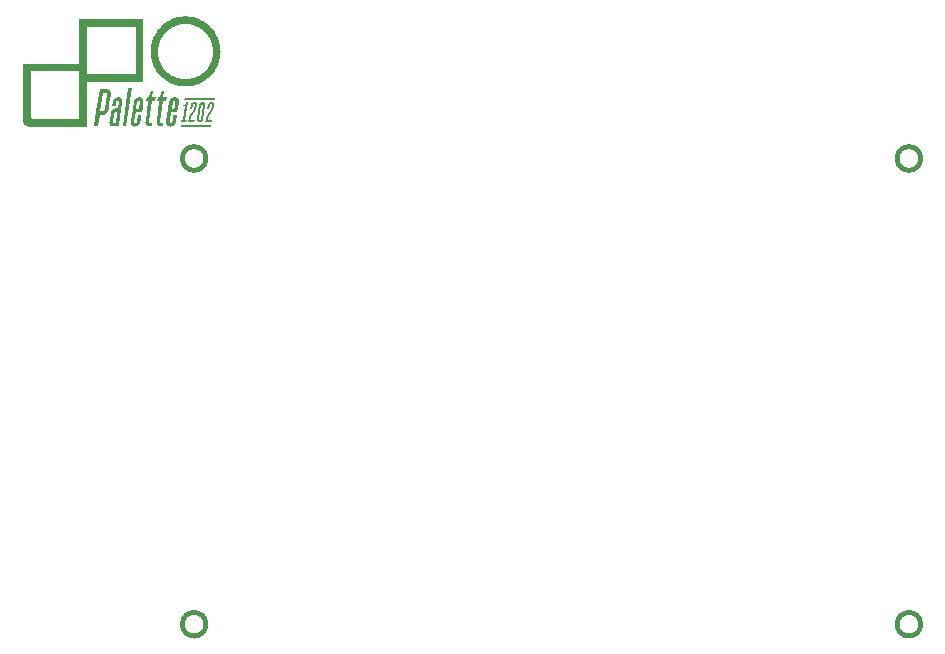
<source format=gto>
G04 #@! TF.GenerationSoftware,KiCad,Pcbnew,(5.1.4-0-10_14)*
G04 #@! TF.CreationDate,2020-03-30T03:02:05+09:00*
G04 #@! TF.ProjectId,palette1202-front,70616c65-7474-4653-9132-30322d66726f,rev?*
G04 #@! TF.SameCoordinates,Original*
G04 #@! TF.FileFunction,Legend,Top*
G04 #@! TF.FilePolarity,Positive*
%FSLAX46Y46*%
G04 Gerber Fmt 4.6, Leading zero omitted, Abs format (unit mm)*
G04 Created by KiCad (PCBNEW (5.1.4-0-10_14)) date 2020-03-30 03:02:05*
%MOMM*%
%LPD*%
G04 APERTURE LIST*
%ADD10C,0.100000*%
%ADD11C,0.400000*%
G04 APERTURE END LIST*
D10*
G36*
X101458777Y-65817625D02*
G01*
X101481797Y-65818839D01*
X101503972Y-65820866D01*
X101525314Y-65823712D01*
X101545834Y-65827379D01*
X101565544Y-65831872D01*
X101584456Y-65837194D01*
X101602581Y-65843349D01*
X101619930Y-65850342D01*
X101636516Y-65858175D01*
X101652351Y-65866854D01*
X101667445Y-65876381D01*
X101681810Y-65886761D01*
X101695458Y-65897997D01*
X101708401Y-65910094D01*
X101720650Y-65923055D01*
X101732030Y-65936356D01*
X101742360Y-65950459D01*
X101751643Y-65965361D01*
X101759884Y-65981057D01*
X101767086Y-65997544D01*
X101773253Y-66014817D01*
X101778389Y-66032874D01*
X101782497Y-66051709D01*
X101785583Y-66071320D01*
X101787650Y-66091701D01*
X101788700Y-66112851D01*
X101788740Y-66134763D01*
X101787771Y-66157436D01*
X101785799Y-66180864D01*
X101782827Y-66205044D01*
X101778859Y-66229971D01*
X101707421Y-66700930D01*
X101705850Y-66700916D01*
X101649212Y-67081931D01*
X101125338Y-67081931D01*
X101016859Y-67833347D01*
X101015750Y-67843114D01*
X101014905Y-67852570D01*
X101014324Y-67861717D01*
X101014006Y-67870554D01*
X101013952Y-67879080D01*
X101014161Y-67887297D01*
X101014634Y-67895203D01*
X101015371Y-67902800D01*
X101016371Y-67910086D01*
X101017634Y-67917062D01*
X101019161Y-67923729D01*
X101020952Y-67930085D01*
X101023006Y-67936131D01*
X101025324Y-67941867D01*
X101027905Y-67947293D01*
X101030750Y-67952409D01*
X101033858Y-67957215D01*
X101037230Y-67961711D01*
X101040865Y-67965897D01*
X101044764Y-67969772D01*
X101048927Y-67973338D01*
X101053353Y-67976594D01*
X101058043Y-67979539D01*
X101062996Y-67982175D01*
X101068212Y-67984500D01*
X101073693Y-67986515D01*
X101079437Y-67988221D01*
X101085444Y-67989616D01*
X101091715Y-67990701D01*
X101098249Y-67991476D01*
X101105047Y-67991941D01*
X101112109Y-67992096D01*
X101119202Y-67991941D01*
X101126094Y-67991476D01*
X101132787Y-67990701D01*
X101139281Y-67989616D01*
X101145577Y-67988221D01*
X101151677Y-67986516D01*
X101157581Y-67984500D01*
X101163290Y-67982175D01*
X101168805Y-67979539D01*
X101174128Y-67976594D01*
X101179258Y-67973338D01*
X101184198Y-67969773D01*
X101188948Y-67965897D01*
X101193509Y-67961711D01*
X101197882Y-67957215D01*
X101202068Y-67952409D01*
X101206068Y-67947293D01*
X101209882Y-67941867D01*
X101216961Y-67930085D01*
X101223310Y-67917063D01*
X101228939Y-67902800D01*
X101233855Y-67887297D01*
X101238065Y-67870554D01*
X101241578Y-67852571D01*
X101244401Y-67833347D01*
X101321129Y-67309473D01*
X101617463Y-67309473D01*
X101540734Y-67833347D01*
X101536423Y-67860724D01*
X101531421Y-67887292D01*
X101525723Y-67913045D01*
X101519319Y-67937981D01*
X101512201Y-67962095D01*
X101504363Y-67985384D01*
X101495797Y-68007843D01*
X101486494Y-68029469D01*
X101476446Y-68050258D01*
X101465647Y-68070206D01*
X101454089Y-68089309D01*
X101441763Y-68107563D01*
X101428661Y-68124964D01*
X101414777Y-68141509D01*
X101400102Y-68157194D01*
X101384629Y-68172014D01*
X101368506Y-68185966D01*
X101351887Y-68199045D01*
X101334772Y-68211249D01*
X101317161Y-68222573D01*
X101299053Y-68233014D01*
X101280450Y-68242567D01*
X101261350Y-68251228D01*
X101241754Y-68258995D01*
X101221663Y-68265862D01*
X101201075Y-68271826D01*
X101179991Y-68276883D01*
X101158411Y-68281030D01*
X101136334Y-68284261D01*
X101113762Y-68286575D01*
X101090694Y-68287965D01*
X101067130Y-68288430D01*
X101043253Y-68287996D01*
X101020233Y-68286693D01*
X100998058Y-68284523D01*
X100976716Y-68281484D01*
X100956196Y-68277578D01*
X100936486Y-68272803D01*
X100917575Y-68267160D01*
X100899450Y-68260649D01*
X100882100Y-68253269D01*
X100865514Y-68245022D01*
X100849680Y-68235906D01*
X100834586Y-68225922D01*
X100820220Y-68215070D01*
X100806572Y-68203350D01*
X100793629Y-68190761D01*
X100781379Y-68177305D01*
X100770435Y-68163012D01*
X100760425Y-68147916D01*
X100751352Y-68132023D01*
X100743221Y-68115334D01*
X100736036Y-68097855D01*
X100729801Y-68079590D01*
X100724519Y-68060541D01*
X100720194Y-68040714D01*
X100716831Y-68020111D01*
X100714432Y-67998737D01*
X100713003Y-67976595D01*
X100712546Y-67953691D01*
X100713066Y-67930026D01*
X100714567Y-67905606D01*
X100717052Y-67880434D01*
X100720525Y-67854514D01*
X100877899Y-66782951D01*
X101167672Y-66782951D01*
X101395213Y-66782951D01*
X101411090Y-66679763D01*
X101414015Y-66679867D01*
X101482525Y-66248493D01*
X101484325Y-66239718D01*
X101485755Y-66231253D01*
X101486822Y-66223099D01*
X101487528Y-66215254D01*
X101487878Y-66207720D01*
X101487875Y-66200495D01*
X101487523Y-66193581D01*
X101486826Y-66186977D01*
X101485788Y-66180683D01*
X101484413Y-66174699D01*
X101482704Y-66169025D01*
X101480666Y-66163661D01*
X101478303Y-66158607D01*
X101475618Y-66153863D01*
X101472615Y-66149429D01*
X101469298Y-66145305D01*
X101465762Y-66141461D01*
X101462094Y-66137864D01*
X101458286Y-66134515D01*
X101454332Y-66131415D01*
X101450222Y-66128562D01*
X101445950Y-66125958D01*
X101441507Y-66123602D01*
X101436886Y-66121493D01*
X101432078Y-66119633D01*
X101427077Y-66118020D01*
X101421875Y-66116656D01*
X101416463Y-66115540D01*
X101410834Y-66114672D01*
X101404980Y-66114052D01*
X101398894Y-66113679D01*
X101392567Y-66113555D01*
X101385707Y-66113687D01*
X101379017Y-66114083D01*
X101372497Y-66114741D01*
X101366146Y-66115664D01*
X101359963Y-66116850D01*
X101353948Y-66118299D01*
X101348101Y-66120012D01*
X101342421Y-66121989D01*
X101336908Y-66124229D01*
X101331561Y-66126733D01*
X101326379Y-66129500D01*
X101321363Y-66132531D01*
X101316512Y-66135825D01*
X101311824Y-66139383D01*
X101307301Y-66143205D01*
X101302940Y-66147290D01*
X101298743Y-66151638D01*
X101294708Y-66156250D01*
X101290834Y-66161126D01*
X101287122Y-66166265D01*
X101283571Y-66171668D01*
X101280180Y-66177334D01*
X101273877Y-66189458D01*
X101268210Y-66202635D01*
X101263175Y-66216867D01*
X101258768Y-66232153D01*
X101254984Y-66248493D01*
X101167672Y-66782951D01*
X100877899Y-66782951D01*
X100956004Y-66251138D01*
X100960810Y-66224782D01*
X100966303Y-66199286D01*
X100972486Y-66174643D01*
X100979362Y-66150844D01*
X100986936Y-66127883D01*
X100995211Y-66105751D01*
X101004192Y-66084441D01*
X101013882Y-66063945D01*
X101024285Y-66044255D01*
X101035405Y-66025363D01*
X101047246Y-66007262D01*
X101059812Y-65989944D01*
X101073106Y-65973401D01*
X101087133Y-65957626D01*
X101101896Y-65942610D01*
X101117400Y-65928346D01*
X101133523Y-65914890D01*
X101150142Y-65902301D01*
X101167257Y-65890581D01*
X101184869Y-65879729D01*
X101202976Y-65869745D01*
X101221580Y-65860629D01*
X101240679Y-65852382D01*
X101260275Y-65845002D01*
X101280367Y-65838491D01*
X101300955Y-65832848D01*
X101322039Y-65828073D01*
X101343619Y-65824167D01*
X101365695Y-65821128D01*
X101388268Y-65818958D01*
X101411336Y-65817655D01*
X101434901Y-65817221D01*
X101458777Y-65817625D01*
G37*
G36*
X102497664Y-58965727D02*
G01*
X102648244Y-58977182D01*
X102796624Y-58996046D01*
X102942618Y-59022132D01*
X103086041Y-59055252D01*
X103226706Y-59095219D01*
X103364429Y-59141847D01*
X103499023Y-59194948D01*
X103630304Y-59254336D01*
X103758086Y-59319823D01*
X103882182Y-59391223D01*
X104002409Y-59468347D01*
X104118579Y-59551011D01*
X104230508Y-59639026D01*
X104338010Y-59732205D01*
X104440899Y-59830362D01*
X104538990Y-59933309D01*
X104632097Y-60040859D01*
X104720035Y-60152826D01*
X104802618Y-60269022D01*
X104879661Y-60389261D01*
X104950978Y-60513355D01*
X105016384Y-60641117D01*
X105075692Y-60772361D01*
X105128718Y-60906899D01*
X105175276Y-61044544D01*
X105215180Y-61185110D01*
X105248245Y-61328410D01*
X105274285Y-61474255D01*
X105293115Y-61622460D01*
X105304549Y-61772837D01*
X105308402Y-61925200D01*
X105304542Y-62077795D01*
X105293086Y-62228376D01*
X105274222Y-62376756D01*
X105248137Y-62522750D01*
X105215017Y-62666173D01*
X105175049Y-62806838D01*
X105128421Y-62944561D01*
X105075320Y-63079155D01*
X105015933Y-63210436D01*
X104950445Y-63338218D01*
X104879046Y-63462314D01*
X104801921Y-63582541D01*
X104719257Y-63698711D01*
X104631243Y-63810640D01*
X104538063Y-63918141D01*
X104439907Y-64021031D01*
X104336960Y-64119122D01*
X104229409Y-64212229D01*
X104117442Y-64300167D01*
X104001246Y-64382750D01*
X103881007Y-64459793D01*
X103756913Y-64531110D01*
X103629151Y-64596515D01*
X103497907Y-64655824D01*
X103363369Y-64708850D01*
X103225724Y-64755408D01*
X103085158Y-64795312D01*
X102941859Y-64828377D01*
X102796013Y-64854417D01*
X102647808Y-64873247D01*
X102497431Y-64884681D01*
X102345069Y-64888533D01*
X102345069Y-64253533D01*
X102464649Y-64250496D01*
X102582687Y-64241483D01*
X102699033Y-64226641D01*
X102813541Y-64206120D01*
X102926063Y-64180066D01*
X103036451Y-64148627D01*
X103144557Y-64111950D01*
X103250233Y-64070185D01*
X103353332Y-64023478D01*
X103453706Y-63971977D01*
X103551207Y-63915830D01*
X103645688Y-63855185D01*
X103737000Y-63790190D01*
X103824995Y-63720991D01*
X103909527Y-63647738D01*
X103990447Y-63570577D01*
X104067608Y-63489657D01*
X104140861Y-63405126D01*
X104210060Y-63317130D01*
X104275055Y-63225818D01*
X104335700Y-63131338D01*
X104391847Y-63033837D01*
X104443348Y-62933463D01*
X104490055Y-62830364D01*
X104531821Y-62724688D01*
X104568497Y-62616582D01*
X104599936Y-62506194D01*
X104625990Y-62393673D01*
X104646512Y-62279165D01*
X104661353Y-62162818D01*
X104670366Y-62044780D01*
X104673403Y-61925200D01*
X104670366Y-61805620D01*
X104661353Y-61687582D01*
X104646512Y-61571236D01*
X104625990Y-61456727D01*
X104599936Y-61344206D01*
X104568497Y-61233818D01*
X104531821Y-61125712D01*
X104490055Y-61020036D01*
X104443348Y-60916937D01*
X104391847Y-60816563D01*
X104335700Y-60719062D01*
X104275055Y-60624582D01*
X104210059Y-60533270D01*
X104140861Y-60445275D01*
X104067607Y-60360743D01*
X103990446Y-60279823D01*
X103909526Y-60202662D01*
X103824994Y-60129409D01*
X103736999Y-60060210D01*
X103645687Y-59995215D01*
X103551206Y-59934570D01*
X103453705Y-59878423D01*
X103353332Y-59826922D01*
X103250233Y-59780215D01*
X103144556Y-59738450D01*
X103036450Y-59701773D01*
X102926063Y-59670334D01*
X102813541Y-59644280D01*
X102699033Y-59623759D01*
X102582686Y-59608917D01*
X102464649Y-59599904D01*
X102345069Y-59596867D01*
X102225488Y-59599904D01*
X102107451Y-59608917D01*
X101991104Y-59623759D01*
X101876596Y-59644280D01*
X101764074Y-59670334D01*
X101653686Y-59701773D01*
X101545581Y-59738450D01*
X101439904Y-59780215D01*
X101336805Y-59826922D01*
X101236432Y-59878423D01*
X101138931Y-59934570D01*
X101044451Y-59995215D01*
X100953139Y-60060210D01*
X100865143Y-60129409D01*
X100780611Y-60202662D01*
X100699691Y-60279823D01*
X100622531Y-60360743D01*
X100549277Y-60445274D01*
X100480079Y-60533270D01*
X100415083Y-60624582D01*
X100354438Y-60719062D01*
X100298291Y-60816563D01*
X100246791Y-60916937D01*
X100200084Y-61020036D01*
X100158318Y-61125712D01*
X100121642Y-61233818D01*
X100090203Y-61344205D01*
X100064149Y-61456727D01*
X100043627Y-61571235D01*
X100028786Y-61687582D01*
X100019773Y-61805620D01*
X100016736Y-61925200D01*
X99381735Y-61925200D01*
X99385595Y-61772605D01*
X99397051Y-61622024D01*
X99415915Y-61473644D01*
X99442000Y-61327650D01*
X99475120Y-61184227D01*
X99515088Y-61043562D01*
X99561716Y-60905839D01*
X99614817Y-60771245D01*
X99674204Y-60639964D01*
X99739692Y-60512182D01*
X99811091Y-60388086D01*
X99888216Y-60267859D01*
X99970879Y-60151689D01*
X100058894Y-60039760D01*
X100152073Y-59932259D01*
X100250230Y-59829369D01*
X100353177Y-59731278D01*
X100460728Y-59638171D01*
X100572694Y-59550233D01*
X100688891Y-59467650D01*
X100809129Y-59390607D01*
X100933223Y-59319290D01*
X101060986Y-59253885D01*
X101192229Y-59194576D01*
X101326767Y-59141550D01*
X101464413Y-59094992D01*
X101604979Y-59055088D01*
X101748278Y-59022023D01*
X101894124Y-58995983D01*
X102042329Y-58977153D01*
X102192706Y-58965719D01*
X102345069Y-58961867D01*
X102497664Y-58965727D01*
G37*
G36*
X94000110Y-64483721D02*
G01*
X94000110Y-68293721D01*
X89102672Y-68293721D01*
X89076540Y-68293059D01*
X89050749Y-68291097D01*
X89025333Y-68287865D01*
X89000322Y-68283396D01*
X88975750Y-68277721D01*
X88951647Y-68270873D01*
X88928046Y-68262884D01*
X88904979Y-68253785D01*
X88882478Y-68243609D01*
X88860575Y-68232387D01*
X88839301Y-68220152D01*
X88818690Y-68206936D01*
X88798772Y-68192769D01*
X88779580Y-68177685D01*
X88761145Y-68161716D01*
X88743501Y-68144893D01*
X88726678Y-68127248D01*
X88710708Y-68108814D01*
X88695624Y-68089622D01*
X88681458Y-68069704D01*
X88668241Y-68049092D01*
X88656006Y-68027819D01*
X88644784Y-68005916D01*
X88634608Y-67983415D01*
X88625509Y-67960348D01*
X88617520Y-67936747D01*
X88610672Y-67912644D01*
X88604997Y-67888072D01*
X88600528Y-67863061D01*
X88597296Y-67837645D01*
X88595334Y-67811854D01*
X88594673Y-67785721D01*
X88594673Y-63623826D01*
X89229673Y-63623826D01*
X89229673Y-67431180D01*
X89229965Y-67442773D01*
X89230833Y-67454228D01*
X89232262Y-67465529D01*
X89234241Y-67476660D01*
X89236754Y-67487607D01*
X89239788Y-67498356D01*
X89243330Y-67508890D01*
X89247367Y-67519195D01*
X89251883Y-67529256D01*
X89256867Y-67539057D01*
X89262305Y-67548585D01*
X89268182Y-67557823D01*
X89274485Y-67566757D01*
X89281202Y-67575372D01*
X89288317Y-67583652D01*
X89295819Y-67591583D01*
X89303692Y-67599150D01*
X89311924Y-67606338D01*
X89320500Y-67613131D01*
X89329408Y-67619515D01*
X89338634Y-67625474D01*
X89348164Y-67630994D01*
X89357985Y-67636059D01*
X89368083Y-67640655D01*
X89378444Y-67644767D01*
X89389056Y-67648379D01*
X89399904Y-67651477D01*
X89410974Y-67654045D01*
X89422254Y-67656068D01*
X89433730Y-67657532D01*
X89445388Y-67658422D01*
X89457214Y-67658721D01*
X93367756Y-67658721D01*
X93367756Y-63623826D01*
X89229673Y-63623826D01*
X88594673Y-63623826D01*
X88594673Y-62988825D01*
X93365110Y-62988825D01*
X93365110Y-59845575D01*
X93997464Y-59845575D01*
X93997464Y-63843429D01*
X98135547Y-63843429D01*
X98135547Y-59845575D01*
X93997464Y-59845575D01*
X93365110Y-59845575D01*
X93365110Y-59213222D01*
X98770547Y-59213222D01*
X98770547Y-64483721D01*
X94000110Y-64483721D01*
G37*
G36*
X104818923Y-66015659D02*
G01*
X102249817Y-66015659D01*
X102273631Y-65846325D01*
X104840088Y-65846325D01*
X104818923Y-66015659D01*
G37*
G36*
X104496131Y-68296367D02*
G01*
X101927025Y-68296367D01*
X101950839Y-68129679D01*
X104517296Y-68129679D01*
X104496131Y-68296367D01*
G37*
G36*
X104547837Y-66230250D02*
G01*
X104562069Y-66231092D01*
X104575867Y-66232499D01*
X104589230Y-66234477D01*
X104602160Y-66237028D01*
X104614655Y-66240156D01*
X104626716Y-66243866D01*
X104638343Y-66248161D01*
X104649537Y-66253045D01*
X104660296Y-66258522D01*
X104670621Y-66264596D01*
X104680511Y-66271271D01*
X104689968Y-66278550D01*
X104698991Y-66286438D01*
X104707580Y-66294938D01*
X104715735Y-66304054D01*
X104723332Y-66313666D01*
X104730250Y-66323655D01*
X104736495Y-66334023D01*
X104742068Y-66344775D01*
X104746976Y-66355915D01*
X104751220Y-66367446D01*
X104754806Y-66379372D01*
X104757736Y-66391697D01*
X104760016Y-66404426D01*
X104761648Y-66417561D01*
X104762637Y-66431108D01*
X104762986Y-66445069D01*
X104762700Y-66459449D01*
X104761782Y-66474251D01*
X104760237Y-66489479D01*
X104758067Y-66505138D01*
X104751860Y-66541348D01*
X104745127Y-66576534D01*
X104737836Y-66610666D01*
X104729955Y-66643713D01*
X104721455Y-66675644D01*
X104712303Y-66706428D01*
X104702469Y-66736033D01*
X104691922Y-66764430D01*
X104680878Y-66792831D01*
X104669556Y-66820488D01*
X104657923Y-66847401D01*
X104645950Y-66873570D01*
X104633604Y-66898994D01*
X104620855Y-66923675D01*
X104607673Y-66947611D01*
X104594025Y-66970804D01*
X104580129Y-66994373D01*
X104566202Y-67017478D01*
X104552213Y-67040148D01*
X104538132Y-67062416D01*
X104523926Y-67084311D01*
X104509565Y-67105865D01*
X104495018Y-67127109D01*
X104480254Y-67148075D01*
X104465490Y-67169034D01*
X104450943Y-67190242D01*
X104436582Y-67211698D01*
X104422376Y-67233402D01*
X104394305Y-67277555D01*
X104366482Y-67322699D01*
X104340810Y-67368918D01*
X104328206Y-67392555D01*
X104315881Y-67416626D01*
X104303928Y-67441193D01*
X104292441Y-67466319D01*
X104281511Y-67492064D01*
X104271233Y-67518491D01*
X104260691Y-67545658D01*
X104250893Y-67573599D01*
X104241839Y-67602347D01*
X104233530Y-67631931D01*
X104225964Y-67662384D01*
X104219143Y-67693736D01*
X104213066Y-67726018D01*
X104207734Y-67759262D01*
X104570214Y-67759262D01*
X104549046Y-67928595D01*
X104017233Y-67925950D01*
X104038399Y-67759262D01*
X104044606Y-67722179D01*
X104051339Y-67686336D01*
X104058631Y-67651734D01*
X104066512Y-67618371D01*
X104075013Y-67586249D01*
X104084165Y-67555367D01*
X104093999Y-67525726D01*
X104104546Y-67497325D01*
X104115589Y-67469791D01*
X104126912Y-67442754D01*
X104138544Y-67416213D01*
X104150518Y-67390168D01*
X104162863Y-67364619D01*
X104175612Y-67339566D01*
X104188795Y-67315010D01*
X104202443Y-67290949D01*
X104216338Y-67267380D01*
X104230265Y-67244275D01*
X104244254Y-67221605D01*
X104258336Y-67199338D01*
X104272542Y-67177442D01*
X104286903Y-67155888D01*
X104301450Y-67134644D01*
X104316214Y-67113679D01*
X104330978Y-67092719D01*
X104345524Y-67071511D01*
X104359885Y-67050055D01*
X104374091Y-67028351D01*
X104402162Y-66984198D01*
X104429984Y-66939054D01*
X104455656Y-66892876D01*
X104468260Y-66869337D01*
X104480585Y-66845458D01*
X104492538Y-66821206D01*
X104504026Y-66796551D01*
X104514956Y-66771462D01*
X104525235Y-66745908D01*
X104535777Y-66719502D01*
X104545575Y-66691917D01*
X104554629Y-66663216D01*
X104562938Y-66633461D01*
X104570504Y-66602713D01*
X104577325Y-66571036D01*
X104583402Y-66538490D01*
X104588734Y-66505138D01*
X104590255Y-66492177D01*
X104590669Y-66486021D01*
X104590853Y-66480080D01*
X104590809Y-66474354D01*
X104590537Y-66468843D01*
X104590038Y-66463547D01*
X104589313Y-66458464D01*
X104588364Y-66453594D01*
X104587191Y-66448936D01*
X104585795Y-66444491D01*
X104584177Y-66440258D01*
X104582338Y-66436236D01*
X104580279Y-66432424D01*
X104578001Y-66428823D01*
X104575506Y-66425432D01*
X104572793Y-66422250D01*
X104569864Y-66419276D01*
X104566720Y-66416511D01*
X104563362Y-66413954D01*
X104559790Y-66411605D01*
X104556007Y-66409462D01*
X104552012Y-66407525D01*
X104547807Y-66405795D01*
X104543393Y-66404269D01*
X104538770Y-66402949D01*
X104533940Y-66401833D01*
X104528904Y-66400921D01*
X104523662Y-66400213D01*
X104518216Y-66399708D01*
X104506714Y-66399304D01*
X104500839Y-66399405D01*
X104495118Y-66399708D01*
X104489553Y-66400213D01*
X104484142Y-66400921D01*
X104478887Y-66401833D01*
X104473786Y-66402949D01*
X104468841Y-66404269D01*
X104464051Y-66405795D01*
X104459415Y-66407525D01*
X104454935Y-66409462D01*
X104450609Y-66411605D01*
X104446439Y-66413954D01*
X104442424Y-66416511D01*
X104438564Y-66419276D01*
X104434858Y-66422250D01*
X104431308Y-66425432D01*
X104427913Y-66428823D01*
X104424673Y-66432424D01*
X104421588Y-66436236D01*
X104418658Y-66440258D01*
X104415882Y-66444491D01*
X104413262Y-66448936D01*
X104410797Y-66453594D01*
X104408487Y-66458464D01*
X104406332Y-66463547D01*
X104404332Y-66468843D01*
X104402488Y-66474354D01*
X104400798Y-66480080D01*
X104399263Y-66486021D01*
X104397883Y-66492177D01*
X104395588Y-66505138D01*
X104353255Y-66788242D01*
X104183922Y-66788242D01*
X104226256Y-66502492D01*
X104228985Y-66486833D01*
X104232209Y-66471609D01*
X104235930Y-66456820D01*
X104240147Y-66442464D01*
X104244860Y-66428542D01*
X104250068Y-66415055D01*
X104255774Y-66402001D01*
X104261975Y-66389382D01*
X104268672Y-66377196D01*
X104275865Y-66365445D01*
X104283555Y-66354128D01*
X104291740Y-66343245D01*
X104300422Y-66332796D01*
X104309600Y-66322781D01*
X104319274Y-66313200D01*
X104329444Y-66304054D01*
X104340016Y-66294938D01*
X104350895Y-66286438D01*
X104362075Y-66278550D01*
X104373555Y-66271271D01*
X104385328Y-66264596D01*
X104397393Y-66258522D01*
X104409744Y-66253045D01*
X104422378Y-66248161D01*
X104435291Y-66243866D01*
X104448480Y-66240156D01*
X104461939Y-66237028D01*
X104475666Y-66234477D01*
X104489657Y-66232499D01*
X104503907Y-66231092D01*
X104518413Y-66230250D01*
X104533171Y-66229970D01*
X104547837Y-66230250D01*
G37*
G36*
X103820233Y-66228070D02*
G01*
X103834465Y-66229314D01*
X103848263Y-66231063D01*
X103861626Y-66233319D01*
X103874556Y-66236087D01*
X103887051Y-66239371D01*
X103899112Y-66243174D01*
X103910740Y-66247500D01*
X103921933Y-66252353D01*
X103932692Y-66257737D01*
X103943017Y-66263656D01*
X103952908Y-66270113D01*
X103962364Y-66277113D01*
X103971387Y-66284660D01*
X103979976Y-66292757D01*
X103988131Y-66301408D01*
X103995758Y-66310555D01*
X104002760Y-66320131D01*
X104009135Y-66330134D01*
X104014878Y-66340559D01*
X104019986Y-66351402D01*
X104024454Y-66362661D01*
X104028279Y-66374330D01*
X104031456Y-66386406D01*
X104033983Y-66398885D01*
X104035854Y-66411764D01*
X104037066Y-66425038D01*
X104037616Y-66438703D01*
X104037499Y-66452756D01*
X104036712Y-66467192D01*
X104035250Y-66482008D01*
X104033110Y-66497201D01*
X103927275Y-67206284D01*
X103925287Y-67206129D01*
X103858485Y-67661368D01*
X103855727Y-67676560D01*
X103852418Y-67691376D01*
X103848567Y-67705813D01*
X103844181Y-67719866D01*
X103839268Y-67733531D01*
X103833835Y-67746805D01*
X103827891Y-67759683D01*
X103821443Y-67772162D01*
X103814499Y-67784238D01*
X103807067Y-67795907D01*
X103799154Y-67807166D01*
X103790768Y-67818009D01*
X103781918Y-67828434D01*
X103772609Y-67838437D01*
X103762851Y-67848013D01*
X103752652Y-67857159D01*
X103742079Y-67865810D01*
X103731201Y-67873903D01*
X103720020Y-67881437D01*
X103708541Y-67888413D01*
X103696767Y-67894832D01*
X103684703Y-67900692D01*
X103672351Y-67905994D01*
X103659717Y-67910738D01*
X103646804Y-67914923D01*
X103633616Y-67918551D01*
X103620156Y-67921621D01*
X103606429Y-67924132D01*
X103592438Y-67926086D01*
X103578188Y-67927481D01*
X103563682Y-67928318D01*
X103548924Y-67928597D01*
X103534258Y-67927852D01*
X103520026Y-67926608D01*
X103506228Y-67924859D01*
X103492865Y-67922603D01*
X103479935Y-67919835D01*
X103467440Y-67916552D01*
X103455378Y-67912749D01*
X103443751Y-67908423D01*
X103432558Y-67903570D01*
X103421799Y-67898186D01*
X103411474Y-67892267D01*
X103401583Y-67885810D01*
X103392126Y-67878809D01*
X103383104Y-67871263D01*
X103374515Y-67863166D01*
X103366360Y-67854515D01*
X103358763Y-67845368D01*
X103351844Y-67835792D01*
X103345600Y-67825789D01*
X103340026Y-67815364D01*
X103335118Y-67804521D01*
X103330873Y-67793262D01*
X103327287Y-67781593D01*
X103324357Y-67769517D01*
X103322077Y-67757038D01*
X103320445Y-67744159D01*
X103319456Y-67730885D01*
X103319106Y-67717220D01*
X103319392Y-67703167D01*
X103320311Y-67688731D01*
X103320694Y-67685057D01*
X103489632Y-67685057D01*
X103489732Y-67690638D01*
X103490094Y-67695971D01*
X103490713Y-67701056D01*
X103491580Y-67705893D01*
X103492687Y-67710482D01*
X103494027Y-67714823D01*
X103495591Y-67718915D01*
X103497373Y-67722760D01*
X103499364Y-67726357D01*
X103501557Y-67729705D01*
X103503943Y-67732806D01*
X103506983Y-67736155D01*
X103510155Y-67739260D01*
X103513466Y-67742125D01*
X103516925Y-67744754D01*
X103520538Y-67747150D01*
X103524314Y-67749317D01*
X103528261Y-67751259D01*
X103532386Y-67752981D01*
X103536697Y-67754485D01*
X103541202Y-67755776D01*
X103545908Y-67756858D01*
X103550824Y-67757735D01*
X103555957Y-67758410D01*
X103561314Y-67758887D01*
X103566905Y-67759171D01*
X103572735Y-67759265D01*
X103584361Y-67758861D01*
X103589962Y-67758358D01*
X103595421Y-67757652D01*
X103600737Y-67756745D01*
X103605908Y-67755637D01*
X103610933Y-67754327D01*
X103615813Y-67752815D01*
X103620545Y-67751102D01*
X103625129Y-67749188D01*
X103629563Y-67747071D01*
X103633848Y-67744754D01*
X103637981Y-67742234D01*
X103641962Y-67739514D01*
X103645790Y-67736591D01*
X103649464Y-67733467D01*
X103652983Y-67730142D01*
X103656346Y-67726615D01*
X103659552Y-67722887D01*
X103662600Y-67718957D01*
X103665489Y-67714825D01*
X103668219Y-67710492D01*
X103670787Y-67705958D01*
X103673194Y-67701221D01*
X103675438Y-67696284D01*
X103677518Y-67691144D01*
X103679433Y-67685804D01*
X103681183Y-67680261D01*
X103682766Y-67674518D01*
X103684181Y-67668572D01*
X103686505Y-67656077D01*
X103760588Y-67171889D01*
X103761093Y-67171897D01*
X103861130Y-66499848D01*
X103862006Y-66493500D01*
X103862651Y-66487353D01*
X103863065Y-66481407D01*
X103863249Y-66475663D01*
X103863205Y-66470121D01*
X103862933Y-66464780D01*
X103862434Y-66459641D01*
X103861709Y-66454704D01*
X103860760Y-66449967D01*
X103859587Y-66445433D01*
X103858191Y-66441100D01*
X103856573Y-66436968D01*
X103854734Y-66433038D01*
X103852675Y-66429310D01*
X103850397Y-66425783D01*
X103847902Y-66422457D01*
X103845189Y-66419334D01*
X103842260Y-66416411D01*
X103839116Y-66413690D01*
X103835758Y-66411171D01*
X103832187Y-66408854D01*
X103828403Y-66406737D01*
X103824408Y-66404823D01*
X103820203Y-66403110D01*
X103815789Y-66401598D01*
X103811166Y-66400288D01*
X103806337Y-66399180D01*
X103801300Y-66398273D01*
X103796058Y-66397567D01*
X103790612Y-66397063D01*
X103784963Y-66396761D01*
X103779111Y-66396660D01*
X103773235Y-66396761D01*
X103767514Y-66397063D01*
X103761949Y-66397567D01*
X103756538Y-66398273D01*
X103751283Y-66399180D01*
X103746182Y-66400288D01*
X103741237Y-66401598D01*
X103736447Y-66403110D01*
X103731811Y-66404823D01*
X103727331Y-66406737D01*
X103723006Y-66408854D01*
X103718835Y-66411171D01*
X103714820Y-66413690D01*
X103710960Y-66416411D01*
X103707254Y-66419334D01*
X103703704Y-66422457D01*
X103700309Y-66425783D01*
X103697069Y-66429310D01*
X103693984Y-66433038D01*
X103691054Y-66436968D01*
X103688279Y-66441100D01*
X103685658Y-66445433D01*
X103683193Y-66449967D01*
X103680883Y-66454704D01*
X103678729Y-66459641D01*
X103676729Y-66464780D01*
X103674884Y-66470121D01*
X103673194Y-66475663D01*
X103670279Y-66487353D01*
X103667985Y-66499848D01*
X103493359Y-67653431D01*
X103492025Y-67660253D01*
X103490993Y-67666826D01*
X103490255Y-67673151D01*
X103489804Y-67679228D01*
X103489632Y-67685057D01*
X103320694Y-67685057D01*
X103321857Y-67673915D01*
X103324027Y-67658722D01*
X103498652Y-66494555D01*
X103501381Y-66479363D01*
X103504605Y-66464547D01*
X103508326Y-66450110D01*
X103512543Y-66436057D01*
X103517256Y-66422392D01*
X103522465Y-66409118D01*
X103528170Y-66396240D01*
X103534371Y-66383761D01*
X103541068Y-66371685D01*
X103548261Y-66360015D01*
X103555951Y-66348757D01*
X103564136Y-66337913D01*
X103572818Y-66327488D01*
X103581996Y-66317485D01*
X103591670Y-66307909D01*
X103601840Y-66298763D01*
X103612848Y-66290112D01*
X103624050Y-66282020D01*
X103635453Y-66274485D01*
X103647066Y-66267509D01*
X103658896Y-66261091D01*
X103670950Y-66255231D01*
X103683237Y-66249929D01*
X103695765Y-66245185D01*
X103708540Y-66240999D01*
X103721572Y-66237371D01*
X103734867Y-66234301D01*
X103748433Y-66231790D01*
X103762279Y-66229837D01*
X103776411Y-66228441D01*
X103790838Y-66227604D01*
X103805567Y-66227325D01*
X103820233Y-66228070D01*
G37*
G36*
X103095275Y-66224958D02*
G01*
X103109507Y-66225800D01*
X103123305Y-66227208D01*
X103136668Y-66229185D01*
X103149598Y-66231736D01*
X103162093Y-66234864D01*
X103174155Y-66238574D01*
X103185782Y-66242869D01*
X103196975Y-66247753D01*
X103207734Y-66253230D01*
X103218059Y-66259304D01*
X103227950Y-66265979D01*
X103237407Y-66273258D01*
X103246429Y-66281146D01*
X103255018Y-66289646D01*
X103263173Y-66298762D01*
X103270770Y-66308375D01*
X103277688Y-66318363D01*
X103283932Y-66328732D01*
X103289506Y-66339484D01*
X103294414Y-66350623D01*
X103298658Y-66362154D01*
X103302244Y-66374081D01*
X103305175Y-66386406D01*
X103307454Y-66399135D01*
X103309087Y-66412270D01*
X103310076Y-66425817D01*
X103310425Y-66439778D01*
X103310139Y-66454157D01*
X103309221Y-66468959D01*
X103307675Y-66484187D01*
X103305504Y-66499846D01*
X103299299Y-66536056D01*
X103292566Y-66571242D01*
X103285274Y-66605374D01*
X103277394Y-66638421D01*
X103268893Y-66670352D01*
X103259741Y-66701136D01*
X103249907Y-66730741D01*
X103239359Y-66759138D01*
X103228316Y-66787539D01*
X103216994Y-66815196D01*
X103205361Y-66842109D01*
X103193387Y-66868278D01*
X103181042Y-66893703D01*
X103168293Y-66918383D01*
X103155110Y-66942320D01*
X103141463Y-66965512D01*
X103127567Y-66989082D01*
X103113641Y-67012186D01*
X103099652Y-67034857D01*
X103085570Y-67057124D01*
X103071364Y-67079019D01*
X103057003Y-67100573D01*
X103042456Y-67121817D01*
X103027691Y-67142783D01*
X103012927Y-67163743D01*
X102998380Y-67184950D01*
X102984020Y-67206406D01*
X102969814Y-67228110D01*
X102941744Y-67272263D01*
X102913922Y-67317407D01*
X102900279Y-67340362D01*
X102887132Y-67363627D01*
X102874482Y-67387263D01*
X102862327Y-67411334D01*
X102850669Y-67435901D01*
X102839507Y-67461027D01*
X102828841Y-67486772D01*
X102818671Y-67513199D01*
X102808129Y-67540366D01*
X102798331Y-67568307D01*
X102789277Y-67597055D01*
X102780967Y-67626640D01*
X102773402Y-67657092D01*
X102766581Y-67688445D01*
X102760504Y-67720727D01*
X102755171Y-67753971D01*
X103117652Y-67753971D01*
X103096484Y-67923303D01*
X102564671Y-67920658D01*
X102585839Y-67753971D01*
X102592045Y-67716888D01*
X102598778Y-67681045D01*
X102606069Y-67646442D01*
X102613950Y-67613080D01*
X102622450Y-67580957D01*
X102631602Y-67550076D01*
X102641437Y-67520434D01*
X102651984Y-67492033D01*
X102663027Y-67464499D01*
X102674350Y-67437462D01*
X102685982Y-67410921D01*
X102697956Y-67384876D01*
X102710302Y-67359327D01*
X102723050Y-67334274D01*
X102736233Y-67309718D01*
X102749880Y-67285657D01*
X102763776Y-67262088D01*
X102777703Y-67238983D01*
X102791692Y-67216313D01*
X102805774Y-67194046D01*
X102819980Y-67172150D01*
X102834341Y-67150596D01*
X102848888Y-67129352D01*
X102863652Y-67108388D01*
X102878416Y-67087428D01*
X102892963Y-67066220D01*
X102907324Y-67044764D01*
X102921530Y-67023059D01*
X102949600Y-66978907D01*
X102977423Y-66933762D01*
X103003096Y-66887584D01*
X103015700Y-66864045D01*
X103028025Y-66840166D01*
X103039978Y-66815914D01*
X103051465Y-66791259D01*
X103062394Y-66766170D01*
X103072672Y-66740616D01*
X103083215Y-66714210D01*
X103093012Y-66686625D01*
X103102066Y-66657924D01*
X103110376Y-66628169D01*
X103117941Y-66597422D01*
X103124763Y-66565744D01*
X103130839Y-66533198D01*
X103136172Y-66499846D01*
X103137693Y-66486885D01*
X103138107Y-66480729D01*
X103138291Y-66474788D01*
X103138246Y-66469062D01*
X103137974Y-66463552D01*
X103137476Y-66458255D01*
X103136751Y-66453172D01*
X103135802Y-66448302D01*
X103134628Y-66443644D01*
X103133232Y-66439199D01*
X103131614Y-66434966D01*
X103129776Y-66430944D01*
X103127717Y-66427132D01*
X103125439Y-66423531D01*
X103122943Y-66420140D01*
X103120230Y-66416958D01*
X103117302Y-66413984D01*
X103114158Y-66411220D01*
X103110799Y-66408662D01*
X103107228Y-66406313D01*
X103103445Y-66404170D01*
X103099450Y-66402233D01*
X103095245Y-66400503D01*
X103090831Y-66398977D01*
X103086208Y-66397657D01*
X103081378Y-66396541D01*
X103076342Y-66395629D01*
X103071100Y-66394921D01*
X103065654Y-66394416D01*
X103054152Y-66394012D01*
X103048277Y-66394113D01*
X103042556Y-66394416D01*
X103036990Y-66394921D01*
X103031580Y-66395629D01*
X103026325Y-66396541D01*
X103021224Y-66397657D01*
X103016279Y-66398977D01*
X103011488Y-66400503D01*
X103006853Y-66402233D01*
X103002373Y-66404170D01*
X102998047Y-66406313D01*
X102993877Y-66408662D01*
X102989862Y-66411220D01*
X102986001Y-66413984D01*
X102982296Y-66416958D01*
X102978746Y-66420140D01*
X102975351Y-66423531D01*
X102972111Y-66427132D01*
X102969026Y-66430944D01*
X102966096Y-66434966D01*
X102963321Y-66439199D01*
X102960701Y-66443644D01*
X102958236Y-66448302D01*
X102955926Y-66453172D01*
X102953771Y-66458255D01*
X102951771Y-66463552D01*
X102949926Y-66469062D01*
X102948237Y-66474788D01*
X102946702Y-66480729D01*
X102945322Y-66486885D01*
X102943028Y-66499846D01*
X102900693Y-66782950D01*
X102731360Y-66782950D01*
X102773694Y-66497200D01*
X102776423Y-66481542D01*
X102779647Y-66466318D01*
X102783368Y-66451528D01*
X102787585Y-66437172D01*
X102792298Y-66423251D01*
X102797507Y-66409763D01*
X102803213Y-66396710D01*
X102809414Y-66384090D01*
X102816111Y-66371905D01*
X102823304Y-66360154D01*
X102830994Y-66348837D01*
X102839179Y-66337954D01*
X102847860Y-66327505D01*
X102857038Y-66317490D01*
X102866712Y-66307909D01*
X102876881Y-66298762D01*
X102887454Y-66289646D01*
X102898332Y-66281146D01*
X102909513Y-66273258D01*
X102920993Y-66265979D01*
X102932766Y-66259304D01*
X102944831Y-66253230D01*
X102957182Y-66247753D01*
X102969817Y-66242869D01*
X102982730Y-66238574D01*
X102995918Y-66234864D01*
X103009378Y-66231736D01*
X103023105Y-66229185D01*
X103037095Y-66227208D01*
X103051345Y-66225800D01*
X103065851Y-66224958D01*
X103080609Y-66224679D01*
X103095275Y-66224958D01*
G37*
G36*
X102305379Y-67748679D02*
G01*
X102437670Y-67748679D01*
X102416503Y-67918011D01*
X101982588Y-67920658D01*
X102003756Y-67751325D01*
X102136048Y-67751325D01*
X102313317Y-66528950D01*
X102300088Y-66528950D01*
X102298042Y-66530904D01*
X102295881Y-66532795D01*
X102293611Y-66534624D01*
X102291241Y-66536392D01*
X102288777Y-66538097D01*
X102286228Y-66539740D01*
X102283602Y-66541322D01*
X102280906Y-66542841D01*
X102278147Y-66544298D01*
X102275335Y-66545693D01*
X102272476Y-66547026D01*
X102269578Y-66548298D01*
X102266649Y-66549507D01*
X102263697Y-66550654D01*
X102260729Y-66551739D01*
X102257754Y-66552763D01*
X102251796Y-66554856D01*
X102245806Y-66557104D01*
X102233610Y-66561693D01*
X102227341Y-66563848D01*
X102224151Y-66564849D01*
X102220918Y-66565785D01*
X102217638Y-66566644D01*
X102214308Y-66567413D01*
X102210924Y-66568082D01*
X102207482Y-66568638D01*
X102203947Y-66569600D01*
X102200289Y-66570499D01*
X102196506Y-66571336D01*
X102192599Y-66572111D01*
X102184414Y-66573475D01*
X102175732Y-66574591D01*
X102166555Y-66575459D01*
X102156881Y-66576079D01*
X102146711Y-66576451D01*
X102136046Y-66576575D01*
X102154566Y-66454867D01*
X102164923Y-66454619D01*
X102175160Y-66453875D01*
X102185280Y-66452634D01*
X102195288Y-66450898D01*
X102205187Y-66448666D01*
X102214981Y-66445937D01*
X102224675Y-66442713D01*
X102234272Y-66438992D01*
X102243776Y-66434775D01*
X102253191Y-66430062D01*
X102262520Y-66424853D01*
X102271768Y-66419148D01*
X102280939Y-66412947D01*
X102290036Y-66406249D01*
X102299063Y-66399056D01*
X102308024Y-66391367D01*
X102316736Y-66383274D01*
X102325011Y-66374872D01*
X102332843Y-66366159D01*
X102340230Y-66357136D01*
X102347167Y-66347804D01*
X102353650Y-66338161D01*
X102359676Y-66328208D01*
X102365241Y-66317945D01*
X102370341Y-66307372D01*
X102374972Y-66296489D01*
X102379130Y-66285296D01*
X102382811Y-66273792D01*
X102386012Y-66261979D01*
X102388728Y-66249856D01*
X102390956Y-66237422D01*
X102392691Y-66224679D01*
X102524983Y-66224679D01*
X102305379Y-67748679D01*
G37*
G36*
X100466526Y-65822513D02*
G01*
X100762859Y-65822513D01*
X100723172Y-66118846D01*
X100426838Y-66118846D01*
X100191359Y-67825408D01*
X100188538Y-67844632D01*
X100187024Y-67862616D01*
X100186757Y-67871142D01*
X100186819Y-67879359D01*
X100187209Y-67887265D01*
X100187928Y-67894862D01*
X100188977Y-67902148D01*
X100190355Y-67909125D01*
X100192064Y-67915791D01*
X100194104Y-67922147D01*
X100196475Y-67928193D01*
X100199178Y-67933929D01*
X100202213Y-67939355D01*
X100205581Y-67944471D01*
X100209282Y-67949277D01*
X100213318Y-67953773D01*
X100217687Y-67957958D01*
X100222391Y-67961834D01*
X100227431Y-67965400D01*
X100232806Y-67968655D01*
X100238518Y-67971601D01*
X100244566Y-67974236D01*
X100250951Y-67976562D01*
X100257674Y-67978577D01*
X100264735Y-67980282D01*
X100272135Y-67981678D01*
X100279874Y-67982763D01*
X100287953Y-67983538D01*
X100296371Y-67984003D01*
X100305131Y-67984158D01*
X100463880Y-67984158D01*
X100424192Y-68280491D01*
X100265442Y-68280491D01*
X100240079Y-68280027D01*
X100215580Y-68278636D01*
X100191941Y-68276323D01*
X100169159Y-68273091D01*
X100147229Y-68268945D01*
X100126148Y-68263888D01*
X100105912Y-68257924D01*
X100086517Y-68251056D01*
X100067960Y-68243290D01*
X100050235Y-68234628D01*
X100033340Y-68225075D01*
X100017271Y-68214635D01*
X100002023Y-68203311D01*
X99987593Y-68191107D01*
X99973977Y-68178027D01*
X99961171Y-68164075D01*
X99949296Y-68149255D01*
X99938475Y-68133571D01*
X99928708Y-68117026D01*
X99919995Y-68099624D01*
X99912337Y-68081370D01*
X99905733Y-68062267D01*
X99900183Y-68042320D01*
X99895687Y-68021531D01*
X99892245Y-67999905D01*
X99889857Y-67977446D01*
X99888524Y-67954157D01*
X99888245Y-67930043D01*
X99889020Y-67905107D01*
X99890849Y-67879354D01*
X99893733Y-67852786D01*
X99897670Y-67825408D01*
X100135796Y-66118846D01*
X99947942Y-66118846D01*
X99987630Y-65822513D01*
X100170192Y-65822513D01*
X100358046Y-65322451D01*
X100540608Y-65322451D01*
X100466526Y-65822513D01*
G37*
G36*
X99532547Y-65822513D02*
G01*
X99828880Y-65822513D01*
X99789192Y-66118846D01*
X99492859Y-66118846D01*
X99257381Y-67825408D01*
X99254560Y-67844632D01*
X99253045Y-67862616D01*
X99252779Y-67871142D01*
X99252840Y-67879359D01*
X99253230Y-67887265D01*
X99253949Y-67894862D01*
X99254998Y-67902148D01*
X99256376Y-67909125D01*
X99258085Y-67915791D01*
X99260125Y-67922147D01*
X99262496Y-67928193D01*
X99265199Y-67933929D01*
X99268234Y-67939355D01*
X99271602Y-67944471D01*
X99275303Y-67949277D01*
X99279339Y-67953773D01*
X99283708Y-67957958D01*
X99288412Y-67961834D01*
X99293452Y-67965400D01*
X99298827Y-67968655D01*
X99304539Y-67971601D01*
X99310587Y-67974236D01*
X99316972Y-67976562D01*
X99323695Y-67978577D01*
X99330756Y-67980282D01*
X99338156Y-67981678D01*
X99345895Y-67982763D01*
X99353974Y-67983538D01*
X99362392Y-67984003D01*
X99371152Y-67984158D01*
X99529901Y-67984158D01*
X99490213Y-68280491D01*
X99331463Y-68280491D01*
X99306100Y-68280027D01*
X99281601Y-68278636D01*
X99257962Y-68276323D01*
X99235180Y-68273091D01*
X99213251Y-68268945D01*
X99192170Y-68263888D01*
X99171934Y-68257924D01*
X99152539Y-68251056D01*
X99133982Y-68243290D01*
X99116257Y-68234628D01*
X99099362Y-68225075D01*
X99083293Y-68214635D01*
X99068045Y-68203311D01*
X99053615Y-68191107D01*
X99039999Y-68178027D01*
X99027193Y-68164075D01*
X99015317Y-68149255D01*
X99004496Y-68133571D01*
X98994729Y-68117026D01*
X98986017Y-68099624D01*
X98978358Y-68081370D01*
X98971754Y-68062267D01*
X98966204Y-68042320D01*
X98961708Y-68021531D01*
X98958266Y-67999905D01*
X98955879Y-67977446D01*
X98954545Y-67954157D01*
X98954266Y-67930043D01*
X98955041Y-67905107D01*
X98956871Y-67879354D01*
X98959754Y-67852786D01*
X98963692Y-67825408D01*
X99201817Y-66118846D01*
X99013963Y-66118846D01*
X99053651Y-65822513D01*
X99236213Y-65822513D01*
X99424067Y-65322451D01*
X99606630Y-65322451D01*
X99532547Y-65822513D01*
G37*
G36*
X98453110Y-65817625D02*
G01*
X98476130Y-65818839D01*
X98498305Y-65820866D01*
X98519646Y-65823712D01*
X98540167Y-65827379D01*
X98559877Y-65831872D01*
X98578788Y-65837194D01*
X98596913Y-65843349D01*
X98614263Y-65850342D01*
X98630849Y-65858175D01*
X98646683Y-65866854D01*
X98661777Y-65876381D01*
X98676143Y-65886761D01*
X98689791Y-65897997D01*
X98702734Y-65910094D01*
X98714984Y-65923055D01*
X98726364Y-65936356D01*
X98736693Y-65950459D01*
X98745976Y-65965361D01*
X98754217Y-65981057D01*
X98761419Y-65997544D01*
X98767586Y-66014817D01*
X98772722Y-66032874D01*
X98776831Y-66051709D01*
X98779917Y-66071320D01*
X98781983Y-66091701D01*
X98783034Y-66112851D01*
X98783073Y-66134763D01*
X98782105Y-66157436D01*
X98780133Y-66180864D01*
X98777161Y-66205044D01*
X98773193Y-66229971D01*
X98703366Y-66690310D01*
X98704402Y-66690347D01*
X98646193Y-67081931D01*
X98119671Y-67081931D01*
X98011193Y-67833347D01*
X98010084Y-67843114D01*
X98009239Y-67852570D01*
X98008658Y-67861717D01*
X98008340Y-67870554D01*
X98008286Y-67879080D01*
X98008495Y-67887297D01*
X98008968Y-67895203D01*
X98009704Y-67902800D01*
X98010704Y-67910086D01*
X98011968Y-67917062D01*
X98013495Y-67923729D01*
X98015285Y-67930085D01*
X98017340Y-67936131D01*
X98019657Y-67941867D01*
X98022238Y-67947293D01*
X98025083Y-67952409D01*
X98028192Y-67957215D01*
X98031563Y-67961711D01*
X98035199Y-67965897D01*
X98039098Y-67969772D01*
X98043260Y-67973338D01*
X98047687Y-67976594D01*
X98052376Y-67979539D01*
X98057329Y-67982175D01*
X98062546Y-67984500D01*
X98068027Y-67986515D01*
X98073770Y-67988221D01*
X98079778Y-67989616D01*
X98086049Y-67990701D01*
X98092583Y-67991476D01*
X98099381Y-67991941D01*
X98106443Y-67992096D01*
X98113536Y-67991941D01*
X98120428Y-67991476D01*
X98127120Y-67990701D01*
X98133614Y-67989616D01*
X98139911Y-67988221D01*
X98146010Y-67986516D01*
X98151914Y-67984500D01*
X98157623Y-67982175D01*
X98163139Y-67979539D01*
X98168461Y-67976594D01*
X98173592Y-67973338D01*
X98178531Y-67969773D01*
X98183281Y-67965897D01*
X98187842Y-67961711D01*
X98192215Y-67957215D01*
X98196401Y-67952409D01*
X98200401Y-67947293D01*
X98204216Y-67941867D01*
X98211294Y-67930085D01*
X98217644Y-67917063D01*
X98223273Y-67902800D01*
X98228188Y-67887297D01*
X98232399Y-67870554D01*
X98235911Y-67852571D01*
X98238734Y-67833347D01*
X98315464Y-67309473D01*
X98611797Y-67309473D01*
X98535067Y-67833347D01*
X98530756Y-67860724D01*
X98525755Y-67887292D01*
X98520056Y-67913045D01*
X98513652Y-67937981D01*
X98506535Y-67962095D01*
X98498697Y-67985384D01*
X98490130Y-68007843D01*
X98480827Y-68029469D01*
X98470780Y-68050258D01*
X98459981Y-68070206D01*
X98448422Y-68089309D01*
X98436096Y-68107563D01*
X98422995Y-68124964D01*
X98409111Y-68141509D01*
X98394436Y-68157194D01*
X98378963Y-68172014D01*
X98362840Y-68185966D01*
X98346221Y-68199045D01*
X98329106Y-68211249D01*
X98311494Y-68222573D01*
X98293387Y-68233014D01*
X98274784Y-68242567D01*
X98255684Y-68251228D01*
X98236088Y-68258995D01*
X98215996Y-68265862D01*
X98195408Y-68271826D01*
X98174324Y-68276883D01*
X98152744Y-68281030D01*
X98130668Y-68284261D01*
X98108096Y-68286575D01*
X98085027Y-68287965D01*
X98061463Y-68288430D01*
X98037586Y-68287996D01*
X98014566Y-68286693D01*
X97992391Y-68284523D01*
X97971050Y-68281484D01*
X97950530Y-68277578D01*
X97930820Y-68272803D01*
X97911908Y-68267160D01*
X97893783Y-68260649D01*
X97876433Y-68253269D01*
X97859847Y-68245022D01*
X97844013Y-68235906D01*
X97828919Y-68225922D01*
X97814553Y-68215070D01*
X97800905Y-68203350D01*
X97787962Y-68190761D01*
X97775713Y-68177305D01*
X97764768Y-68163012D01*
X97754758Y-68147916D01*
X97745685Y-68132023D01*
X97737555Y-68115334D01*
X97730370Y-68097855D01*
X97724134Y-68079590D01*
X97718852Y-68060541D01*
X97714527Y-68040714D01*
X97711164Y-68020111D01*
X97708765Y-67998737D01*
X97707336Y-67976595D01*
X97706879Y-67953691D01*
X97707399Y-67930026D01*
X97708900Y-67905606D01*
X97711385Y-67880434D01*
X97714859Y-67854514D01*
X97872232Y-66782951D01*
X98164651Y-66782951D01*
X98392193Y-66782951D01*
X98408068Y-66679763D01*
X98410993Y-66679867D01*
X98479506Y-66248493D01*
X98481305Y-66239718D01*
X98482736Y-66231253D01*
X98483803Y-66223099D01*
X98484509Y-66215254D01*
X98484858Y-66207720D01*
X98484855Y-66200495D01*
X98484503Y-66193581D01*
X98483806Y-66186977D01*
X98482768Y-66180683D01*
X98481393Y-66174699D01*
X98479684Y-66169025D01*
X98477646Y-66163661D01*
X98475282Y-66158607D01*
X98472597Y-66153863D01*
X98469594Y-66149429D01*
X98466277Y-66145305D01*
X98462741Y-66141461D01*
X98459073Y-66137864D01*
X98455266Y-66134515D01*
X98451312Y-66131415D01*
X98447202Y-66128562D01*
X98442930Y-66125958D01*
X98438487Y-66123602D01*
X98433866Y-66121493D01*
X98429059Y-66119633D01*
X98424058Y-66118020D01*
X98418855Y-66116656D01*
X98413443Y-66115540D01*
X98407814Y-66114672D01*
X98401961Y-66114052D01*
X98395874Y-66113679D01*
X98389548Y-66113555D01*
X98382688Y-66113687D01*
X98375998Y-66114083D01*
X98369477Y-66114741D01*
X98363126Y-66115664D01*
X98356943Y-66116850D01*
X98350928Y-66118299D01*
X98345081Y-66120012D01*
X98339401Y-66121989D01*
X98333888Y-66124229D01*
X98328540Y-66126733D01*
X98323359Y-66129500D01*
X98318343Y-66132531D01*
X98313491Y-66135825D01*
X98308804Y-66139383D01*
X98304280Y-66143205D01*
X98299920Y-66147290D01*
X98295722Y-66151638D01*
X98291687Y-66156250D01*
X98287814Y-66161126D01*
X98284102Y-66166265D01*
X98280550Y-66171668D01*
X98277160Y-66177334D01*
X98270857Y-66189458D01*
X98265190Y-66202635D01*
X98260155Y-66216867D01*
X98255747Y-66232153D01*
X98251964Y-66248493D01*
X98164651Y-66782951D01*
X97872232Y-66782951D01*
X97950337Y-66251138D01*
X97955144Y-66224782D01*
X97960636Y-66199286D01*
X97966819Y-66174643D01*
X97973695Y-66150844D01*
X97981269Y-66127883D01*
X97989544Y-66105751D01*
X97998525Y-66084441D01*
X98008215Y-66063945D01*
X98018618Y-66044255D01*
X98029738Y-66025363D01*
X98041579Y-66007262D01*
X98054145Y-65989944D01*
X98067439Y-65973401D01*
X98081466Y-65957626D01*
X98096230Y-65942610D01*
X98111733Y-65928346D01*
X98127856Y-65914890D01*
X98144475Y-65902301D01*
X98161591Y-65890581D01*
X98179202Y-65879729D01*
X98197310Y-65869745D01*
X98215913Y-65860629D01*
X98235013Y-65852382D01*
X98254608Y-65845002D01*
X98274700Y-65838491D01*
X98295288Y-65832848D01*
X98316372Y-65828073D01*
X98337952Y-65824167D01*
X98360028Y-65821128D01*
X98382600Y-65818958D01*
X98405669Y-65817655D01*
X98429233Y-65817221D01*
X98453110Y-65817625D01*
G37*
G36*
X97325922Y-68280492D02*
G01*
X97029588Y-68280492D01*
X97479380Y-65047284D01*
X97775714Y-65047284D01*
X97325922Y-68280492D01*
G37*
G36*
X96659236Y-65815009D02*
G01*
X96682256Y-65816316D01*
X96704431Y-65818499D01*
X96725773Y-65821561D01*
X96746293Y-65825508D01*
X96766003Y-65830341D01*
X96784914Y-65836066D01*
X96803039Y-65842687D01*
X96820389Y-65850206D01*
X96836975Y-65858629D01*
X96852809Y-65867959D01*
X96867904Y-65878199D01*
X96882269Y-65889354D01*
X96895917Y-65901428D01*
X96908860Y-65914424D01*
X96921110Y-65928346D01*
X96932490Y-65943106D01*
X96942819Y-65958618D01*
X96952102Y-65974890D01*
X96960343Y-65991929D01*
X96967544Y-66009743D01*
X96973711Y-66028340D01*
X96978847Y-66047728D01*
X96982956Y-66067914D01*
X96986042Y-66088906D01*
X96988108Y-66110712D01*
X96989159Y-66133340D01*
X96989199Y-66156797D01*
X96988230Y-66181091D01*
X96986258Y-66206231D01*
X96983286Y-66232222D01*
X96979318Y-66259075D01*
X96817922Y-67402075D01*
X96812813Y-67401720D01*
X96688277Y-68277844D01*
X96415757Y-68277844D01*
X96423693Y-68182594D01*
X96399881Y-68182594D01*
X96392811Y-68189415D01*
X96385494Y-68195989D01*
X96377928Y-68202314D01*
X96370115Y-68208391D01*
X96362053Y-68214220D01*
X96353744Y-68219801D01*
X96345186Y-68225134D01*
X96336381Y-68230219D01*
X96327446Y-68235934D01*
X96318480Y-68241216D01*
X96309452Y-68246125D01*
X96300331Y-68250724D01*
X96291086Y-68255075D01*
X96281686Y-68259240D01*
X96272100Y-68263281D01*
X96262297Y-68267260D01*
X96252246Y-68270107D01*
X96241916Y-68272676D01*
X96231276Y-68274934D01*
X96220295Y-68276851D01*
X96208942Y-68278397D01*
X96197185Y-68279539D01*
X96184995Y-68280247D01*
X96172339Y-68280489D01*
X96157581Y-68280025D01*
X96143075Y-68278634D01*
X96128825Y-68276321D01*
X96114834Y-68273089D01*
X96101107Y-68268943D01*
X96087647Y-68263886D01*
X96074458Y-68257922D01*
X96061545Y-68251055D01*
X96048911Y-68243289D01*
X96036559Y-68234627D01*
X96024495Y-68225074D01*
X96012721Y-68214633D01*
X96001241Y-68203309D01*
X95990060Y-68191105D01*
X95979182Y-68178025D01*
X95968609Y-68164074D01*
X95958626Y-68149253D01*
X95949515Y-68133569D01*
X95941280Y-68117024D01*
X95933924Y-68099623D01*
X95927453Y-68081369D01*
X95921868Y-68062266D01*
X95917175Y-68042318D01*
X95913378Y-68021530D01*
X95910479Y-67999904D01*
X95908484Y-67977444D01*
X95907396Y-67954156D01*
X95907218Y-67930042D01*
X95907452Y-67922093D01*
X96214843Y-67922093D01*
X96214991Y-67931174D01*
X96215372Y-67939845D01*
X96215994Y-67948109D01*
X96216863Y-67955969D01*
X96217988Y-67963431D01*
X96219377Y-67970497D01*
X96221037Y-67977172D01*
X96222976Y-67983459D01*
X96225202Y-67989362D01*
X96227723Y-67994885D01*
X96230546Y-68000033D01*
X96233118Y-68004839D01*
X96235869Y-68009335D01*
X96238790Y-68013521D01*
X96241874Y-68017396D01*
X96245112Y-68020962D01*
X96248499Y-68024218D01*
X96252024Y-68027163D01*
X96255682Y-68029799D01*
X96259463Y-68032124D01*
X96263361Y-68034140D01*
X96267367Y-68035845D01*
X96271474Y-68037241D01*
X96275674Y-68038326D01*
X96279959Y-68039101D01*
X96284322Y-68039566D01*
X96288754Y-68039721D01*
X96293188Y-68039629D01*
X96297560Y-68039354D01*
X96301870Y-68038901D01*
X96306118Y-68038274D01*
X96310304Y-68037476D01*
X96314428Y-68036512D01*
X96318489Y-68035384D01*
X96322489Y-68034098D01*
X96326427Y-68032657D01*
X96330303Y-68031065D01*
X96334116Y-68029325D01*
X96337868Y-68027442D01*
X96341558Y-68025419D01*
X96345185Y-68023261D01*
X96348751Y-68020971D01*
X96352254Y-68018553D01*
X96355697Y-68016012D01*
X96359081Y-68013355D01*
X96362411Y-68010589D01*
X96365690Y-68007722D01*
X96368923Y-68004763D01*
X96372114Y-68001718D01*
X96378382Y-67995403D01*
X96384526Y-67988840D01*
X96390578Y-67982091D01*
X96402526Y-67968283D01*
X96407487Y-67960222D01*
X96412448Y-67951912D01*
X96417409Y-67943354D01*
X96422370Y-67934548D01*
X96427331Y-67925495D01*
X96432292Y-67916193D01*
X96437253Y-67906643D01*
X96442214Y-67896845D01*
X96529526Y-67216866D01*
X96534818Y-67216866D01*
X96555984Y-67052825D01*
X96442214Y-67052825D01*
X96435353Y-67052995D01*
X96428663Y-67053505D01*
X96422143Y-67054355D01*
X96415791Y-67055543D01*
X96409609Y-67057068D01*
X96403594Y-67058929D01*
X96397747Y-67061125D01*
X96392067Y-67063656D01*
X96386553Y-67066520D01*
X96381206Y-67069716D01*
X96376025Y-67073244D01*
X96371008Y-67077102D01*
X96366157Y-67081290D01*
X96361470Y-67085806D01*
X96356946Y-67090649D01*
X96352586Y-67095819D01*
X96344353Y-67107135D01*
X96336767Y-67119745D01*
X96329825Y-67133642D01*
X96323523Y-67148818D01*
X96317856Y-67165266D01*
X96312820Y-67182976D01*
X96308413Y-67201943D01*
X96304630Y-67222157D01*
X96217317Y-67870387D01*
X96216419Y-67881581D01*
X96215715Y-67892344D01*
X96215213Y-67902682D01*
X96214919Y-67912596D01*
X96214843Y-67922093D01*
X95907452Y-67922093D01*
X95907955Y-67905106D01*
X95909611Y-67879352D01*
X95912189Y-67852784D01*
X95915693Y-67825407D01*
X96003006Y-67211574D01*
X96007812Y-67184197D01*
X96013300Y-67157629D01*
X96019470Y-67131876D01*
X96026322Y-67106940D01*
X96033857Y-67082826D01*
X96042073Y-67059537D01*
X96050972Y-67037078D01*
X96060553Y-67015452D01*
X96070815Y-66994663D01*
X96081760Y-66974715D01*
X96093388Y-66955612D01*
X96105697Y-66937358D01*
X96118688Y-66919957D01*
X96132362Y-66903412D01*
X96146717Y-66887727D01*
X96161755Y-66872907D01*
X96177412Y-66858955D01*
X96193624Y-66845876D01*
X96210386Y-66833672D01*
X96227694Y-66822348D01*
X96245545Y-66811907D01*
X96263935Y-66802354D01*
X96282860Y-66793693D01*
X96302315Y-66785926D01*
X96322298Y-66779059D01*
X96342804Y-66773095D01*
X96363829Y-66768038D01*
X96385370Y-66763891D01*
X96407422Y-66760660D01*
X96429982Y-66758346D01*
X96453046Y-66756956D01*
X96476610Y-66756491D01*
X96593025Y-66756491D01*
X96680338Y-66243200D01*
X96682137Y-66234425D01*
X96683567Y-66225960D01*
X96684634Y-66217806D01*
X96685340Y-66209961D01*
X96685690Y-66202427D01*
X96685686Y-66195203D01*
X96685334Y-66188288D01*
X96684637Y-66181684D01*
X96683599Y-66175390D01*
X96682224Y-66169406D01*
X96680516Y-66163732D01*
X96678478Y-66158368D01*
X96676114Y-66153314D01*
X96673429Y-66148570D01*
X96670426Y-66144136D01*
X96667109Y-66140012D01*
X96663573Y-66136168D01*
X96659905Y-66132571D01*
X96656098Y-66129223D01*
X96652143Y-66126122D01*
X96648034Y-66123270D01*
X96643761Y-66120665D01*
X96639318Y-66118309D01*
X96634697Y-66116200D01*
X96629890Y-66114340D01*
X96624889Y-66112728D01*
X96619687Y-66111363D01*
X96614275Y-66110247D01*
X96608646Y-66109379D01*
X96602792Y-66108759D01*
X96596706Y-66108387D01*
X96590379Y-66108263D01*
X96585915Y-66108387D01*
X96581455Y-66108759D01*
X96577002Y-66109379D01*
X96572561Y-66110247D01*
X96568136Y-66111363D01*
X96563730Y-66112727D01*
X96559347Y-66114340D01*
X96554992Y-66116200D01*
X96550667Y-66118308D01*
X96546377Y-66120665D01*
X96542126Y-66123269D01*
X96537918Y-66126122D01*
X96533756Y-66129222D01*
X96529644Y-66132571D01*
X96525587Y-66136168D01*
X96521588Y-66140012D01*
X96517682Y-66144136D01*
X96513904Y-66148570D01*
X96510258Y-66153313D01*
X96506747Y-66158367D01*
X96503376Y-66163731D01*
X96500148Y-66169405D01*
X96497067Y-66175389D01*
X96494138Y-66181684D01*
X96491363Y-66188288D01*
X96488748Y-66195202D01*
X96486295Y-66202427D01*
X96484009Y-66209961D01*
X96481894Y-66217806D01*
X96479953Y-66225960D01*
X96478190Y-66234425D01*
X96476610Y-66243200D01*
X96426339Y-66547471D01*
X96130005Y-66547471D01*
X96180276Y-66222034D01*
X96185082Y-66197136D01*
X96190570Y-66173039D01*
X96196740Y-66149742D01*
X96203593Y-66127238D01*
X96211127Y-66105526D01*
X96219343Y-66084600D01*
X96228242Y-66064457D01*
X96237823Y-66045093D01*
X96248086Y-66026504D01*
X96259031Y-66008687D01*
X96270658Y-65991637D01*
X96282967Y-65975350D01*
X96295959Y-65959824D01*
X96309632Y-65945053D01*
X96323988Y-65931033D01*
X96339026Y-65917762D01*
X96354591Y-65905267D01*
X96370533Y-65893578D01*
X96386854Y-65882695D01*
X96403559Y-65872618D01*
X96420652Y-65863347D01*
X96438136Y-65854883D01*
X96456015Y-65847224D01*
X96474294Y-65840372D01*
X96492976Y-65834326D01*
X96512064Y-65829086D01*
X96531564Y-65824652D01*
X96551478Y-65821024D01*
X96571811Y-65818202D01*
X96592566Y-65816187D01*
X96613748Y-65814978D01*
X96635359Y-65814575D01*
X96659236Y-65815009D01*
G37*
G36*
X95601788Y-65092791D02*
G01*
X95628444Y-65094382D01*
X95654340Y-65097042D01*
X95679469Y-65100779D01*
X95703823Y-65105602D01*
X95727394Y-65111517D01*
X95750174Y-65118534D01*
X95772156Y-65126659D01*
X95793332Y-65135900D01*
X95813694Y-65146265D01*
X95833234Y-65157761D01*
X95851945Y-65170398D01*
X95869818Y-65184181D01*
X95886847Y-65199119D01*
X95903023Y-65215220D01*
X95918338Y-65232492D01*
X95933067Y-65250724D01*
X95946502Y-65269704D01*
X95958650Y-65289436D01*
X95969519Y-65309924D01*
X95979116Y-65331171D01*
X95987450Y-65353182D01*
X95994529Y-65375961D01*
X96000359Y-65399510D01*
X96004949Y-65423835D01*
X96008307Y-65448939D01*
X96010440Y-65474825D01*
X96011356Y-65501499D01*
X96011063Y-65528963D01*
X96009568Y-65557222D01*
X96006879Y-65586279D01*
X96003005Y-65616138D01*
X95905109Y-66306700D01*
X95903675Y-66306445D01*
X95833672Y-66801470D01*
X95828741Y-66831330D01*
X95822877Y-66860387D01*
X95816074Y-66888645D01*
X95808330Y-66916109D01*
X95799640Y-66942783D01*
X95790000Y-66968670D01*
X95779407Y-66993773D01*
X95767857Y-67018098D01*
X95755345Y-67041648D01*
X95741869Y-67064426D01*
X95727423Y-67086437D01*
X95712005Y-67107684D01*
X95695610Y-67128172D01*
X95678235Y-67147904D01*
X95659875Y-67166884D01*
X95640526Y-67185116D01*
X95620435Y-67201952D01*
X95599847Y-67217729D01*
X95578763Y-67232445D01*
X95557183Y-67246095D01*
X95535107Y-67258675D01*
X95512534Y-67270181D01*
X95489466Y-67280610D01*
X95465902Y-67289958D01*
X95441841Y-67298220D01*
X95417285Y-67305393D01*
X95392232Y-67311474D01*
X95366683Y-67316457D01*
X95340638Y-67320340D01*
X95314097Y-67323118D01*
X95287060Y-67324788D01*
X95259527Y-67325346D01*
X95076964Y-67325346D01*
X94944673Y-68280491D01*
X94627172Y-68280491D01*
X94805659Y-67007846D01*
X95121943Y-67007846D01*
X95304505Y-67007846D01*
X95326706Y-67007070D01*
X95337342Y-67006098D01*
X95347670Y-67004735D01*
X95357690Y-67002982D01*
X95367402Y-67000835D01*
X95376807Y-66998295D01*
X95385906Y-66995361D01*
X95394698Y-66992032D01*
X95403184Y-66988306D01*
X95411366Y-66984183D01*
X95419242Y-66979662D01*
X95426814Y-66974742D01*
X95434083Y-66969421D01*
X95441048Y-66963699D01*
X95447711Y-66957575D01*
X95454071Y-66951049D01*
X95460129Y-66944118D01*
X95465886Y-66936782D01*
X95471343Y-66929040D01*
X95476498Y-66920891D01*
X95481354Y-66912334D01*
X95485911Y-66903368D01*
X95490168Y-66893993D01*
X95494128Y-66884206D01*
X95497789Y-66874008D01*
X95504219Y-66852372D01*
X95509464Y-66829078D01*
X95513527Y-66804117D01*
X95598193Y-66211450D01*
X95598537Y-66211523D01*
X95682859Y-65618784D01*
X95684153Y-65606327D01*
X95685059Y-65594259D01*
X95685576Y-65582579D01*
X95685701Y-65571288D01*
X95685436Y-65560386D01*
X95684778Y-65549875D01*
X95683726Y-65539754D01*
X95682281Y-65530024D01*
X95680439Y-65520686D01*
X95678202Y-65511739D01*
X95675567Y-65503185D01*
X95672534Y-65495024D01*
X95669102Y-65487256D01*
X95665270Y-65479882D01*
X95661036Y-65472902D01*
X95656401Y-65466318D01*
X95651362Y-65460128D01*
X95645920Y-65454335D01*
X95640072Y-65448937D01*
X95633818Y-65443937D01*
X95627158Y-65439333D01*
X95620089Y-65435128D01*
X95612612Y-65431321D01*
X95604724Y-65427912D01*
X95596426Y-65424902D01*
X95587716Y-65422293D01*
X95578594Y-65420083D01*
X95569057Y-65418274D01*
X95559106Y-65416866D01*
X95548739Y-65415860D01*
X95537956Y-65415256D01*
X95526755Y-65415055D01*
X95344193Y-65415055D01*
X95121943Y-67007846D01*
X94805659Y-67007846D01*
X95074318Y-65092263D01*
X95574380Y-65092263D01*
X95601788Y-65092791D01*
G37*
G36*
X102345067Y-59596867D02*
G01*
X102225486Y-59599904D01*
X102107449Y-59608917D01*
X101991102Y-59623759D01*
X101876594Y-59644280D01*
X101764072Y-59670334D01*
X101653685Y-59701773D01*
X101545579Y-59738450D01*
X101439902Y-59780215D01*
X101336804Y-59826922D01*
X101236430Y-59878423D01*
X101138929Y-59934570D01*
X101044449Y-59995215D01*
X100953137Y-60060210D01*
X100865141Y-60129409D01*
X100780609Y-60202662D01*
X100699689Y-60279823D01*
X100622529Y-60360743D01*
X100549275Y-60445275D01*
X100480077Y-60533270D01*
X100415081Y-60624582D01*
X100354436Y-60719062D01*
X100298290Y-60816563D01*
X100246789Y-60916937D01*
X100200082Y-61020036D01*
X100158316Y-61125712D01*
X100121640Y-61233818D01*
X100090201Y-61344206D01*
X100064147Y-61456727D01*
X100043625Y-61571236D01*
X100028784Y-61687582D01*
X100019771Y-61805620D01*
X100016734Y-61925200D01*
X100019771Y-62044780D01*
X100028784Y-62162818D01*
X100043625Y-62279165D01*
X100064147Y-62393673D01*
X100090201Y-62506194D01*
X100121640Y-62616582D01*
X100158316Y-62724688D01*
X100200081Y-62830364D01*
X100246788Y-62933463D01*
X100298289Y-63033837D01*
X100354436Y-63131338D01*
X100415081Y-63225818D01*
X100480077Y-63317130D01*
X100549275Y-63405126D01*
X100622528Y-63489657D01*
X100699689Y-63570577D01*
X100780609Y-63647738D01*
X100865140Y-63720991D01*
X100953136Y-63790190D01*
X101044448Y-63855185D01*
X101138928Y-63915830D01*
X101236429Y-63971977D01*
X101336803Y-64023478D01*
X101439902Y-64070185D01*
X101545578Y-64111950D01*
X101653684Y-64148627D01*
X101764072Y-64180066D01*
X101876593Y-64206120D01*
X101991102Y-64226641D01*
X102107448Y-64241483D01*
X102225486Y-64250496D01*
X102345067Y-64253533D01*
X102464647Y-64250496D01*
X102582685Y-64241483D01*
X102699031Y-64226641D01*
X102813540Y-64206120D01*
X102926061Y-64180066D01*
X103036449Y-64148627D01*
X103144555Y-64111950D01*
X103250231Y-64070185D01*
X103353330Y-64023478D01*
X103453704Y-63971977D01*
X103551205Y-63915830D01*
X103645685Y-63855185D01*
X103736997Y-63790190D01*
X103824993Y-63720991D01*
X103909524Y-63647738D01*
X103990444Y-63570577D01*
X104067605Y-63489657D01*
X104140858Y-63405126D01*
X104210056Y-63317130D01*
X104275052Y-63225818D01*
X104335697Y-63131338D01*
X104391844Y-63033837D01*
X104443345Y-62933463D01*
X104490052Y-62830364D01*
X104531817Y-62724688D01*
X104568493Y-62616582D01*
X104599932Y-62506194D01*
X104625986Y-62393673D01*
X104646508Y-62279165D01*
X104661349Y-62162818D01*
X104670362Y-62044780D01*
X104673400Y-61925200D01*
X105308400Y-61925200D01*
X105304540Y-62077795D01*
X105293084Y-62228376D01*
X105274220Y-62376756D01*
X105248135Y-62522750D01*
X105215015Y-62666173D01*
X105175047Y-62806838D01*
X105128420Y-62944561D01*
X105075318Y-63079155D01*
X105015931Y-63210436D01*
X104950443Y-63338218D01*
X104879044Y-63462314D01*
X104801919Y-63582541D01*
X104719255Y-63698711D01*
X104631241Y-63810640D01*
X104538061Y-63918141D01*
X104439905Y-64021031D01*
X104336958Y-64119122D01*
X104229407Y-64212229D01*
X104117440Y-64300167D01*
X104001244Y-64382750D01*
X103881006Y-64459793D01*
X103756912Y-64531110D01*
X103629149Y-64596515D01*
X103497905Y-64655824D01*
X103363367Y-64708850D01*
X103225722Y-64755408D01*
X103085156Y-64795312D01*
X102941857Y-64828377D01*
X102796011Y-64854417D01*
X102647806Y-64873247D01*
X102497429Y-64884681D01*
X102345067Y-64888533D01*
X102192471Y-64884673D01*
X102041891Y-64873218D01*
X101893510Y-64854354D01*
X101747516Y-64828268D01*
X101604094Y-64795148D01*
X101463428Y-64755181D01*
X101325706Y-64708553D01*
X101191111Y-64655452D01*
X101059830Y-64596064D01*
X100932049Y-64530577D01*
X100807952Y-64459178D01*
X100687726Y-64382053D01*
X100571555Y-64299389D01*
X100459627Y-64211374D01*
X100352125Y-64118195D01*
X100249236Y-64020039D01*
X100151145Y-63917091D01*
X100058038Y-63809541D01*
X99970100Y-63697574D01*
X99887516Y-63581378D01*
X99810473Y-63461139D01*
X99739157Y-63337045D01*
X99673751Y-63209283D01*
X99614443Y-63078039D01*
X99561417Y-62943501D01*
X99514859Y-62805856D01*
X99474955Y-62665290D01*
X99441890Y-62521991D01*
X99415850Y-62376145D01*
X99397020Y-62227940D01*
X99385586Y-62077563D01*
X99381734Y-61925200D01*
X99385594Y-61772605D01*
X99397049Y-61622024D01*
X99415913Y-61473644D01*
X99441999Y-61327650D01*
X99475118Y-61184228D01*
X99515086Y-61043562D01*
X99561714Y-60905840D01*
X99614815Y-60771245D01*
X99674203Y-60639964D01*
X99739690Y-60512183D01*
X99811089Y-60388086D01*
X99888214Y-60267860D01*
X99970877Y-60151690D01*
X100058892Y-60039761D01*
X100152072Y-59932259D01*
X100250228Y-59829370D01*
X100353175Y-59731279D01*
X100460726Y-59638172D01*
X100572692Y-59550234D01*
X100688889Y-59467650D01*
X100809127Y-59390608D01*
X100933221Y-59319291D01*
X101060984Y-59253885D01*
X101192227Y-59194577D01*
X101326766Y-59141551D01*
X101464411Y-59094993D01*
X101604977Y-59055089D01*
X101748276Y-59022024D01*
X101894122Y-58995984D01*
X102042327Y-58977154D01*
X102192704Y-58965720D01*
X102345067Y-58961867D01*
X102345067Y-59596867D01*
G37*
D11*
X164592000Y-110429800D02*
G75*
G03X164592000Y-110429800I-1000000J0D01*
G01*
X164592000Y-70993000D02*
G75*
G03X164592000Y-70993000I-1000000J0D01*
G01*
X104073200Y-110429800D02*
G75*
G03X104073200Y-110429800I-1000000J0D01*
G01*
X104073200Y-70993000D02*
G75*
G03X104073200Y-70993000I-1000000J0D01*
G01*
M02*

</source>
